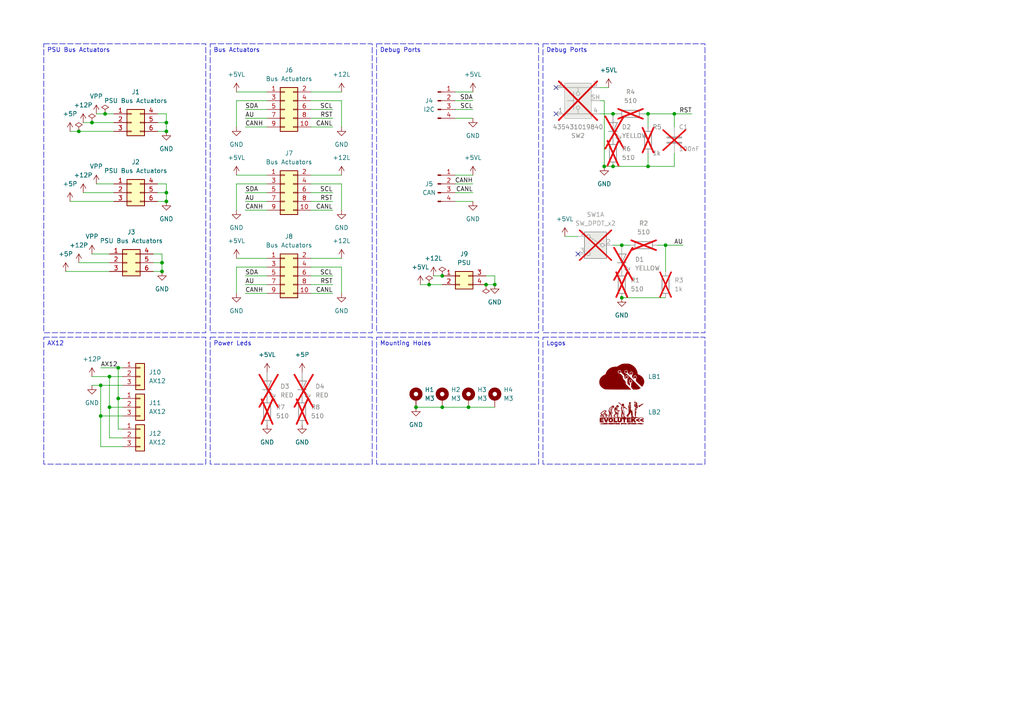
<source format=kicad_sch>
(kicad_sch (version 20230121) (generator eeschema)
  (paper "A4")
  (title_block (title "Hub Bus Actuators") (date "2025-05-12") (rev "V1.0"))
  (lib_symbols
    (symbol "ComponentsEvo:435431019840" (pin_names (offset 1.016) hide)
      (property "Reference" "SW" (at -6.35 -1.27 90))
      (property "Value" "435431019840" (at 7.62 0 90))
      (symbol "435431019840_0_1"
        (pin passive line (at -3.81 6.35 270) (length 2.54) (name "1") (number "1"))
        (pin passive line (at 3.81 6.35 270) (length 2.54) (name "2") (number "2"))
      )
      (symbol "435431019840_1_1"
        (pin passive line (at 3.81 -6.35 90) (length 2.54) (name "3") (number "3"))
        (pin passive line (at -3.81 -6.35 90) (length 2.54) (name "4") (number "4"))
        (pin passive line (at 0 -6.35 90) (length 2.54) (name "SH") (number "SH"))
      )
    )
    (symbol "Connector:Conn_01x04_Pin" (pin_names (offset 1.016) hide)
      (property "Reference" "J" (at 0 5.08 0))
      (property "Value" "Conn_01x04_Pin" (at 0 -7.62 0))
      (symbol "Conn_01x04_Pin_1_1"
        (pin passive line (at 5.08 2.54 180) (length 3.81) (name "Pin_1") (number "1"))
        (pin passive line (at 5.08 0 180) (length 3.81) (name "Pin_2") (number "2"))
        (pin passive line (at 5.08 -2.54 180) (length 3.81) (name "Pin_3") (number "3"))
        (pin passive line (at 5.08 -5.08 180) (length 3.81) (name "Pin_4") (number "4"))
      )
    )
    (symbol "Connector_Generic:Conn_01x03" (pin_names (offset 1.016) hide)
      (property "Reference" "J" (at 0 5.08 0))
      (property "Value" "Conn_01x03" (at 0 -5.08 0))
      (symbol "Conn_01x03_1_1"
        (pin passive line (at -5.08 2.54 0) (length 3.81) (name "Pin_1") (number "1"))
        (pin passive line (at -5.08 0 0) (length 3.81) (name "Pin_2") (number "2"))
        (pin passive line (at -5.08 -2.54 0) (length 3.81) (name "Pin_3") (number "3"))
      )
    )
    (symbol "Connector_Generic:Conn_02x02_Top_Bottom" (pin_names (offset 1.016) hide)
      (property "Reference" "J" (at 1.27 2.54 0))
      (property "Value" "Conn_02x02_Top_Bottom" (at 1.27 -5.08 0))
      (symbol "Conn_02x02_Top_Bottom_1_1"
        (pin passive line (at -5.08 0 0) (length 3.81) (name "Pin_1") (number "1"))
        (pin passive line (at -5.08 -2.54 0) (length 3.81) (name "Pin_2") (number "2"))
        (pin passive line (at 7.62 0 180) (length 3.81) (name "Pin_3") (number "3"))
        (pin passive line (at 7.62 -2.54 180) (length 3.81) (name "Pin_4") (number "4"))
      )
    )
    (symbol "Connector_Generic:Conn_02x03_Top_Bottom" (pin_names (offset 1.016) hide)
      (property "Reference" "J" (at 1.27 5.08 0))
      (property "Value" "Conn_02x03_Top_Bottom" (at 1.27 -5.08 0))
      (symbol "Conn_02x03_Top_Bottom_1_1"
        (pin passive line (at -5.08 2.54 0) (length 3.81) (name "Pin_1") (number "1"))
        (pin passive line (at -5.08 0 0) (length 3.81) (name "Pin_2") (number "2"))
        (pin passive line (at -5.08 -2.54 0) (length 3.81) (name "Pin_3") (number "3"))
        (pin passive line (at 7.62 2.54 180) (length 3.81) (name "Pin_4") (number "4"))
        (pin passive line (at 7.62 0 180) (length 3.81) (name "Pin_5") (number "5"))
        (pin passive line (at 7.62 -2.54 180) (length 3.81) (name "Pin_6") (number "6"))
      )
    )
    (symbol "Connector_Generic:Conn_02x05_Odd_Even" (pin_names (offset 1.016) hide)
      (property "Reference" "J" (at 1.27 7.62 0))
      (property "Value" "Conn_02x05_Odd_Even" (at 1.27 -7.62 0))
      (symbol "Conn_02x05_Odd_Even_1_1"
        (pin passive line (at -5.08 5.08 0) (length 3.81) (name "Pin_1") (number "1"))
        (pin passive line (at 7.62 -5.08 180) (length 3.81) (name "Pin_10") (number "10"))
        (pin passive line (at 7.62 5.08 180) (length 3.81) (name "Pin_2") (number "2"))
        (pin passive line (at -5.08 2.54 0) (length 3.81) (name "Pin_3") (number "3"))
        (pin passive line (at 7.62 2.54 180) (length 3.81) (name "Pin_4") (number "4"))
        (pin passive line (at -5.08 0 0) (length 3.81) (name "Pin_5") (number "5"))
        (pin passive line (at 7.62 0 180) (length 3.81) (name "Pin_6") (number "6"))
        (pin passive line (at -5.08 -2.54 0) (length 3.81) (name "Pin_7") (number "7"))
        (pin passive line (at 7.62 -2.54 180) (length 3.81) (name "Pin_8") (number "8"))
        (pin passive line (at -5.08 -5.08 0) (length 3.81) (name "Pin_9") (number "9"))
      )
    )
    (symbol "Device:C" (pin_numbers hide) (pin_names (offset 0.254))
      (property "Reference" "C" (at 0.635 2.54 0))
      (property "Value" "C" (at 0.635 -2.54 0))
      (symbol "C_1_1"
        (pin passive line (at 0 3.81 270) (length 2.794) (name "~") (number "1"))
        (pin passive line (at 0 -3.81 90) (length 2.794) (name "~") (number "2"))
      )
    )
    (symbol "Device:LED" (pin_numbers hide) (pin_names (offset 1.016) hide)
      (property "Reference" "D" (at 0 2.54 0))
      (property "Value" "LED" (at 0 -2.54 0))
      (symbol "LED_1_1"
        (pin passive line (at -3.81 0 0) (length 2.54) (name "K") (number "1"))
        (pin passive line (at 3.81 0 180) (length 2.54) (name "A") (number "2"))
      )
    )
    (symbol "Device:R" (pin_numbers hide) (pin_names (offset 0))
      (property "Reference" "R" (at 2.032 0 90))
      (property "Value" "R" (at 0 0 90))
      (symbol "R_1_1"
        (pin passive line (at 0 3.81 270) (length 1.27) (name "~") (number "1"))
        (pin passive line (at 0 -3.81 90) (length 1.27) (name "~") (number "2"))
      )
    )
    (symbol "MarkingEvo:Logo Aisler" (pin_numbers hide) (pin_names (offset 0) hide) (in_bom no)
      (property "Reference" "LB" (at 0 5.08 0))
    )
    (symbol "MarkingEvo:Logo Evolutek" (pin_numbers hide) (pin_names (offset 0) hide) (in_bom no)
      (property "Reference" "LB" (at 0 3.8378 0))
    )
    (symbol "Mechanical:MountingHole_Pad" (pin_numbers hide) (pin_names (offset 1.016) hide)
      (property "Reference" "H" (at 0 6.35 0))
      (property "Value" "MountingHole_Pad" (at 0 4.445 0))
      (symbol "MountingHole_Pad_1_1"
        (pin input line (at 0 -2.54 90) (length 2.54) (name "1") (number "1"))
      )
    )
    (symbol "Switch:SW_DPDT_x2" (pin_names (offset 0) hide)
      (property "Reference" "SW" (at 0 5.08 0))
      (property "Value" "SW_DPDT_x2" (at 0 -5.08 0))
      (symbol "SW_DPDT_x2_1_1"
        (pin passive line (at 5.08 2.54 180) (length 2.54) (name "A") (number "1"))
        (pin passive line (at -5.08 0 0) (length 2.54) (name "B") (number "2"))
        (pin passive line (at 5.08 -2.54 180) (length 2.54) (name "C") (number "3"))
      )
      (symbol "SW_DPDT_x2_2_1"
        (pin passive line (at 5.08 2.54 180) (length 2.54) (name "A") (number "4"))
        (pin passive line (at -5.08 0 0) (length 2.54) (name "B") (number "5"))
        (pin passive line (at 5.08 -2.54 180) (length 2.54) (name "C") (number "6"))
      )
    )
    (symbol "power:+12L" (power) (pin_names (offset 0))
      (property "Value" "+12L" (at 0 3.556 0))
      (symbol "+12L_1_1"
        (pin power_in line (at 0 0 90) (length 0) hide (name "+12L") (number "1"))
      )
    )
    (symbol "power:+12P" (power) (pin_names (offset 0))
      (property "Value" "+12P" (at 0 3.556 0))
      (symbol "+12P_1_1"
        (pin power_in line (at 0 0 90) (length 0) hide (name "+12P") (number "1"))
      )
    )
    (symbol "power:+5P" (power) (pin_names (offset 0))
      (property "Value" "+5P" (at 0 3.556 0))
      (symbol "+5P_1_1"
        (pin power_in line (at 0 0 90) (length 0) hide (name "+5P") (number "1"))
      )
    )
    (symbol "power:+5VL" (power) (pin_names (offset 0))
      (property "Value" "+5VL" (at 0 3.556 0))
      (symbol "+5VL_1_1"
        (pin power_in line (at 0 0 90) (length 0) hide (name "+5VL") (number "1"))
      )
    )
    (symbol "power:GND" (power) (pin_names (offset 0))
      (property "Value" "GND" (at 0 -3.81 0))
      (symbol "GND_1_1"
        (pin power_in line (at 0 0 270) (length 0) hide (name "GND") (number "1"))
      )
    )
    (symbol "power:PWR_FLAG" (power) (pin_numbers hide) (pin_names (offset 0) hide)
      (property "Value" "PWR_FLAG" (at 0 3.81 0))
      (symbol "PWR_FLAG_0_0"
        (pin power_out line (at 0 0 90) (length 0) (name "pwr") (number "1"))
      )
    )
    (symbol "power:VPP" (power) (pin_names (offset 0))
      (property "Value" "VPP" (at 0 3.81 0))
      (symbol "VPP_1_1"
        (pin power_in line (at 0 0 90) (length 0) hide (name "VPP") (number "1"))
      )
    )
  )
  (junction (at 180.34 86.36))
  (junction (at 175.26 48.26))
  (junction (at 135.89 118.11))
  (junction (at 177.8 33.02))
  (junction (at 177.8 48.26))
  (junction (at 128.27 118.11))
  (junction (at 31.75 118.11))
  (junction (at 46.99 78.74))
  (junction (at 22.86 38.1))
  (junction (at 30.48 33.02))
  (junction (at 29.21 111.76))
  (junction (at 193.04 71.12))
  (junction (at 48.26 58.42))
  (junction (at 187.96 33.02))
  (junction (at 31.75 109.22))
  (junction (at 48.26 35.56))
  (junction (at 140.97 82.55))
  (junction (at 34.29 115.57))
  (junction (at 128.27 80.01))
  (junction (at 124.46 82.55))
  (junction (at 48.26 38.1))
  (junction (at 143.51 82.55))
  (junction (at 120.65 118.11))
  (junction (at 48.26 55.88))
  (junction (at 46.99 76.2))
  (junction (at 187.96 48.26))
  (junction (at 26.67 35.56))
  (junction (at 195.58 33.02))
  (junction (at 34.29 106.68))
  (junction (at 29.21 120.65))
  (junction (at 180.34 71.12))
  (no_connect (at 161.29 25.4))
  (no_connect (at 167.64 73.66))
  (no_connect (at 161.29 33.02))
  (wire (pts (xy 68.58 77.47) (xy 77.47 77.47)))
  (wire (pts (xy 68.58 29.21) (xy 77.47 29.21)))
  (wire (pts (xy 71.12 31.75) (xy 77.47 31.75)))
  (wire (pts (xy 26.67 73.66) (xy 31.75 73.66)))
  (wire (pts (xy 90.17 55.88) (xy 96.52 55.88)))
  (wire (pts (xy 90.17 36.83) (xy 96.52 36.83)))
  (wire (pts (xy 90.17 34.29) (xy 96.52 34.29)))
  (wire (pts (xy 132.08 50.8) (xy 137.16 50.8)))
  (wire (pts (xy 29.21 120.65) (xy 29.21 129.54)))
  (wire (pts (xy 90.17 58.42) (xy 96.52 58.42)))
  (wire (pts (xy 27.94 33.02) (xy 30.48 33.02)))
  (wire (pts (xy 26.67 111.76) (xy 29.21 111.76)))
  (wire (pts (xy 90.17 29.21) (xy 99.06 29.21)))
  (wire (pts (xy 48.26 53.34) (xy 48.26 55.88)))
  (wire (pts (xy 193.04 71.12) (xy 193.04 78.74)))
  (wire (pts (xy 90.17 82.55) (xy 96.52 82.55)))
  (wire (pts (xy 26.67 109.22) (xy 31.75 109.22)))
  (wire (pts (xy 177.8 48.26) (xy 187.96 48.26)))
  (wire (pts (xy 187.96 44.45) (xy 187.96 48.26)))
  (wire (pts (xy 140.97 80.01) (xy 143.51 80.01)))
  (wire (pts (xy 45.72 33.02) (xy 48.26 33.02)))
  (wire (pts (xy 24.13 55.88) (xy 33.02 55.88)))
  (wire (pts (xy 22.86 38.1) (xy 33.02 38.1)))
  (wire (pts (xy 90.17 77.47) (xy 99.06 77.47)))
  (wire (pts (xy 132.08 26.67) (xy 137.16 26.67)))
  (wire (pts (xy 132.08 55.88) (xy 137.16 55.88)))
  (wire (pts (xy 31.75 109.22) (xy 35.56 109.22)))
  (wire (pts (xy 90.17 26.67) (xy 99.06 26.67)))
  (wire (pts (xy 90.17 53.34) (xy 99.06 53.34)))
  (wire (pts (xy 68.58 50.8) (xy 77.47 50.8)))
  (wire (pts (xy 180.34 71.12) (xy 182.88 71.12)))
  (wire (pts (xy 68.58 29.21) (xy 68.58 36.83)))
  (wire (pts (xy 48.26 35.56) (xy 48.26 38.1)))
  (wire (pts (xy 121.92 82.55) (xy 124.46 82.55)))
  (wire (pts (xy 34.29 124.46) (xy 35.56 124.46)))
  (wire (pts (xy 48.26 33.02) (xy 48.26 35.56)))
  (wire (pts (xy 45.72 55.88) (xy 48.26 55.88)))
  (wire (pts (xy 44.45 73.66) (xy 46.99 73.66)))
  (wire (pts (xy 29.21 129.54) (xy 35.56 129.54)))
  (wire (pts (xy 173.99 29.21) (xy 175.26 29.21)))
  (wire (pts (xy 30.48 33.02) (xy 33.02 33.02)))
  (wire (pts (xy 99.06 53.34) (xy 99.06 60.96)))
  (wire (pts (xy 29.21 111.76) (xy 29.21 120.65)))
  (wire (pts (xy 195.58 33.02) (xy 200.66 33.02)))
  (wire (pts (xy 71.12 80.01) (xy 77.47 80.01)))
  (wire (pts (xy 187.96 48.26) (xy 195.58 48.26)))
  (wire (pts (xy 128.27 118.11) (xy 135.89 118.11)))
  (wire (pts (xy 195.58 48.26) (xy 195.58 44.45)))
  (wire (pts (xy 140.97 82.55) (xy 143.51 82.55)))
  (wire (pts (xy 177.8 71.12) (xy 180.34 71.12)))
  (wire (pts (xy 175.26 29.21) (xy 175.26 48.26)))
  (wire (pts (xy 31.75 109.22) (xy 31.75 118.11)))
  (wire (pts (xy 29.21 106.68) (xy 34.29 106.68)))
  (wire (pts (xy 187.96 33.02) (xy 195.58 33.02)))
  (wire (pts (xy 71.12 82.55) (xy 77.47 82.55)))
  (wire (pts (xy 90.17 60.96) (xy 96.52 60.96)))
  (wire (pts (xy 173.99 33.02) (xy 177.8 33.02)))
  (wire (pts (xy 34.29 106.68) (xy 34.29 115.57)))
  (wire (pts (xy 44.45 78.74) (xy 46.99 78.74)))
  (wire (pts (xy 173.99 25.4) (xy 176.53 25.4)))
  (wire (pts (xy 132.08 34.29) (xy 137.16 34.29)))
  (wire (pts (xy 90.17 50.8) (xy 99.06 50.8)))
  (wire (pts (xy 71.12 85.09) (xy 77.47 85.09)))
  (wire (pts (xy 193.04 71.12) (xy 198.12 71.12)))
  (wire (pts (xy 45.72 58.42) (xy 48.26 58.42)))
  (wire (pts (xy 68.58 74.93) (xy 77.47 74.93)))
  (wire (pts (xy 31.75 118.11) (xy 31.75 127)))
  (wire (pts (xy 177.8 33.02) (xy 179.07 33.02)))
  (wire (pts (xy 68.58 53.34) (xy 77.47 53.34)))
  (wire (pts (xy 163.83 68.58) (xy 167.64 68.58)))
  (wire (pts (xy 132.08 53.34) (xy 137.16 53.34)))
  (wire (pts (xy 71.12 58.42) (xy 77.47 58.42)))
  (wire (pts (xy 132.08 58.42) (xy 137.16 58.42)))
  (wire (pts (xy 27.94 53.34) (xy 33.02 53.34)))
  (wire (pts (xy 68.58 53.34) (xy 68.58 60.96)))
  (wire (pts (xy 143.51 80.01) (xy 143.51 82.55)))
  (wire (pts (xy 180.34 86.36) (xy 193.04 86.36)))
  (wire (pts (xy 46.99 76.2) (xy 46.99 78.74)))
  (wire (pts (xy 132.08 29.21) (xy 137.16 29.21)))
  (wire (pts (xy 45.72 53.34) (xy 48.26 53.34)))
  (wire (pts (xy 48.26 55.88) (xy 48.26 58.42)))
  (wire (pts (xy 22.86 76.2) (xy 31.75 76.2)))
  (wire (pts (xy 31.75 118.11) (xy 35.56 118.11)))
  (wire (pts (xy 175.26 48.26) (xy 177.8 48.26)))
  (wire (pts (xy 44.45 76.2) (xy 46.99 76.2)))
  (wire (pts (xy 195.58 33.02) (xy 195.58 36.83)))
  (wire (pts (xy 34.29 106.68) (xy 35.56 106.68)))
  (wire (pts (xy 186.69 33.02) (xy 187.96 33.02)))
  (wire (pts (xy 90.17 80.01) (xy 96.52 80.01)))
  (wire (pts (xy 71.12 55.88) (xy 77.47 55.88)))
  (wire (pts (xy 29.21 111.76) (xy 35.56 111.76)))
  (wire (pts (xy 125.73 80.01) (xy 128.27 80.01)))
  (wire (pts (xy 90.17 31.75) (xy 96.52 31.75)))
  (wire (pts (xy 135.89 118.11) (xy 143.51 118.11)))
  (wire (pts (xy 20.32 38.1) (xy 22.86 38.1)))
  (wire (pts (xy 19.05 78.74) (xy 31.75 78.74)))
  (wire (pts (xy 20.32 58.42) (xy 33.02 58.42)))
  (wire (pts (xy 46.99 73.66) (xy 46.99 76.2)))
  (wire (pts (xy 31.75 127) (xy 35.56 127)))
  (wire (pts (xy 24.13 35.56) (xy 26.67 35.56)))
  (wire (pts (xy 99.06 29.21) (xy 99.06 36.83)))
  (wire (pts (xy 26.67 35.56) (xy 33.02 35.56)))
  (wire (pts (xy 124.46 82.55) (xy 128.27 82.55)))
  (wire (pts (xy 29.21 120.65) (xy 35.56 120.65)))
  (wire (pts (xy 71.12 60.96) (xy 77.47 60.96)))
  (wire (pts (xy 71.12 36.83) (xy 77.47 36.83)))
  (wire (pts (xy 68.58 26.67) (xy 77.47 26.67)))
  (wire (pts (xy 187.96 33.02) (xy 187.96 36.83)))
  (wire (pts (xy 120.65 118.11) (xy 128.27 118.11)))
  (wire (pts (xy 190.5 71.12) (xy 193.04 71.12)))
  (wire (pts (xy 99.06 77.47) (xy 99.06 85.09)))
  (wire (pts (xy 90.17 85.09) (xy 96.52 85.09)))
  (wire (pts (xy 34.29 115.57) (xy 34.29 124.46)))
  (wire (pts (xy 90.17 74.93) (xy 99.06 74.93)))
  (wire (pts (xy 71.12 34.29) (xy 77.47 34.29)))
  (wire (pts (xy 45.72 35.56) (xy 48.26 35.56)))
  (wire (pts (xy 34.29 115.57) (xy 35.56 115.57)))
  (wire (pts (xy 68.58 77.47) (xy 68.58 85.09)))
  (wire (pts (xy 45.72 38.1) (xy 48.26 38.1)))
  (wire (pts (xy 132.08 31.75) (xy 137.16 31.75)))
  (text_box "Debug Ports" (at 109.22 12.7 0) (size 46.99 83.82) (stroke (width 0) (type dash)) (effects (font (size 1.27 1.27)) (justify left top)))
  (text_box "PSU Bus Actuators" (at 12.7 12.7 0) (size 46.99 83.82) (stroke (width 0) (type dash)) (effects (font (size 1.27 1.27)) (justify left top)))
  (text_box "Bus Actuators" (at 60.96 12.7 0) (size 46.99 83.82) (stroke (width 0) (type dash)) (effects (font (size 1.27 1.27)) (justify left top)))
  (text_box "AX12" (at 12.7 97.79 0) (size 46.99 36.83) (stroke (width 0) (type dash)) (effects (font (size 1.27 1.27)) (justify left top)))
  (text_box "Power Leds" (at 60.96 97.79 0) (size 46.99 36.83) (stroke (width 0) (type dash)) (effects (font (size 1.27 1.27)) (justify left top)))
  (text_box "Logos" (at 157.48 97.79 0) (size 46.99 36.83) (stroke (width 0) (type dash)) (effects (font (size 1.27 1.27)) (justify left top)))
  (text_box "Debug Ports" (at 157.48 12.7 0) (size 46.99 83.82) (stroke (width 0) (type dash)) (effects (font (size 1.27 1.27)) (justify left top)))
  (text_box "Mounting Holes" (at 109.22 97.79 0) (size 46.99 36.83) (stroke (width 0) (type dash)) (effects (font (size 1.27 1.27)) (justify left top)))
  (label "CANL" (at 96.52 60.96 180))
  (label "CANH" (at 71.12 60.96 0))
  (label "SDA" (at 71.12 31.75 0))
  (label "CANL" (at 96.52 85.09 180))
  (label "CANH" (at 137.16 53.34 180))
  (label "CANH" (at 71.12 85.09 0))
  (label "CANH" (at 71.12 36.83 0))
  (label "AU" (at 71.12 34.29 0))
  (label "SCL" (at 137.16 31.75 180))
  (label "AU" (at 71.12 82.55 0))
  (label "AX12" (at 29.21 106.68 0))
  (label "RST" (at 96.52 34.29 180))
  (label "RST" (at 96.52 58.42 180))
  (label "SCL" (at 96.52 80.01 180))
  (label "CANL" (at 137.16 55.88 180))
  (label "RST" (at 200.66 33.02 180))
  (label "SDA" (at 71.12 55.88 0))
  (label "SCL" (at 96.52 55.88 180))
  (label "AU" (at 71.12 58.42 0))
  (label "AU" (at 198.12 71.12 180))
  (label "SDA" (at 137.16 29.21 180))
  (label "SDA" (at 71.12 80.01 0))
  (label "CANL" (at 96.52 36.83 180))
  (label "RST" (at 96.52 82.55 180))
  (label "SCL" (at 96.52 31.75 180))
  (symbol (lib_id "Device:LED") (at 87.63 111.76 90) (unit 1) (in_bom no) (dnp yes)
    (property "Reference" "D4" (at 91.44 112.0775 90) (effects (justify right)))
    (property "Value" "RED" (at 91.44 114.6175 90) (effects (justify right)))
    (property "Footprint" "LED_SMD:LED_0805_2012Metric" (effects hide))
  )
  (symbol (lib_id "Device:R") (at 187.96 40.64 0) (unit 1) (in_bom no) (dnp yes)
    (property "Reference" "R5" (at 189.23 36.83 0) (effects (justify left)))
    (property "Value" "1k" (at 189.23 44.45 0) (effects (justify left)))
    (property "Footprint" "Resistor_SMD:R_0603_1608Metric" (effects hide))
  )
  (symbol (lib_id "power:GND") (at 137.16 58.42 0) (unit 1)
    (property "Reference" "#PWR016" (effects hide))
    (property "Value" "GND" (at 137.16 63.5 0))
  )
  (symbol (lib_id "power:GND") (at 68.58 60.96 0) (unit 1)
    (property "Reference" "#PWR022" (effects hide))
    (property "Value" "GND" (at 68.58 66.04 0))
  )
  (symbol (lib_id "power:+12P") (at 24.13 35.56 0) (unit 1)
    (property "Reference" "#PWR02" (effects hide))
    (property "Value" "+12P" (at 24.13 30.48 0))
  )
  (symbol (lib_id "power:+12L") (at 99.06 26.67 0) (unit 1)
    (property "Reference" "#PWR020" (effects hide))
    (property "Value" "+12L" (at 99.06 21.59 0))
  )
  (symbol (lib_id "power:PWR_FLAG") (at 22.86 38.1 0) (unit 1)
    (property "Reference" "#FLG06" (effects hide))
    (property "Value" "PWR_FLAG" (effects hide))
  )
  (symbol (lib_id "Connector_Generic:Conn_02x03_Top_Bottom") (at 38.1 35.56 0) (unit 1)
    (property "Reference" "J1" (at 39.37 26.67 0))
    (property "Value" "PSU Bus Actuators" (at 39.37 29.21 0))
    (property "Footprint" "ConnectorsEvo:649006227222" (effects hide))
  )
  (symbol (lib_id "power:VPP") (at 27.94 33.02 0) (unit 1)
    (property "Reference" "#PWR01" (effects hide))
    (property "Value" "VPP" (at 27.94 27.94 0))
  )
  (symbol (lib_id "power:+12P") (at 24.13 55.88 0) (unit 1)
    (property "Reference" "#PWR06" (effects hide))
    (property "Value" "+12P" (at 24.13 50.8 0))
  )
  (symbol (lib_id "Device:LED") (at 180.34 74.93 90) (unit 1) (in_bom no) (dnp yes)
    (property "Reference" "D1" (at 184.15 75.2475 90) (effects (justify right)))
    (property "Value" "YELLOW" (at 184.15 77.7875 90) (effects (justify right)))
    (property "Footprint" "LED_SMD:LED_0805_2012Metric" (effects hide))
  )
  (symbol (lib_id "power:GND") (at 48.26 58.42 0) (unit 1)
    (property "Reference" "#PWR08" (effects hide))
    (property "Value" "GND" (at 48.26 63.5 0))
  )
  (symbol (lib_id "ComponentsEvo:435431019840") (at 167.64 29.21 90) (unit 1) (in_bom no) (dnp yes)
    (property "Reference" "SW2" (at 167.64 39.37 90))
    (property "Value" "435431019840" (at 167.64 36.83 90))
    (property "Footprint" "ComponentsEvo:435431019840" (effects hide))
    (property "Datasheet" "https://www.we-online.com/components/products/datasheet/435431019840.pdf" (effects hide))
  )
  (symbol (lib_id "Connector:Conn_01x04_Pin") (at 127 53.34 0) (unit 1)
    (property "Reference" "J5" (at 124.46 53.34 0))
    (property "Value" "CAN" (at 124.46 55.88 0))
    (property "Footprint" "ConnectorsEvo:B04B-PASK" (effects hide))
  )
  (symbol (lib_id "power:GND") (at 77.47 123.19 0) (unit 1)
    (property "Reference" "#PWR039" (effects hide))
    (property "Value" "GND" (at 77.47 128.27 0))
  )
  (symbol (lib_id "power:+5P") (at 20.32 38.1 0) (unit 1)
    (property "Reference" "#PWR03" (effects hide))
    (property "Value" "+5P" (at 20.32 33.02 0))
  )
  (symbol (lib_id "power:+5P") (at 19.05 78.74 0) (unit 1)
    (property "Reference" "#PWR09" (effects hide))
    (property "Value" "+5P" (at 19.05 73.66 0))
  )
  (symbol (lib_id "Mechanical:MountingHole_Pad") (at 128.27 115.57 0) (unit 1) (in_bom no)
    (property "Reference" "H2" (at 130.81 113.03 0) (effects (justify left)))
    (property "Value" "M3" (at 130.81 115.57 0) (effects (justify left)))
    (property "Footprint" "MountingHole:MountingHole_3.2mm_M3_Pad_Via" (effects hide))
  )
  (symbol (lib_id "Connector_Generic:Conn_02x05_Odd_Even") (at 82.55 31.75 0) (unit 1)
    (property "Reference" "J6" (at 83.82 20.32 0))
    (property "Value" "Bus Actuators" (at 83.82 22.86 0))
    (property "Footprint" "ConnectorsEvo:690367281076" (effects hide))
  )
  (symbol (lib_id "power:GND") (at 48.26 38.1 0) (unit 1)
    (property "Reference" "#PWR04" (effects hide))
    (property "Value" "GND" (at 48.26 43.18 0))
  )
  (symbol (lib_id "power:PWR_FLAG") (at 128.27 80.01 0) (unit 1)
    (property "Reference" "#FLG02" (effects hide))
    (property "Value" "PWR_FLAG" (effects hide))
  )
  (symbol (lib_id "Connector_Generic:Conn_02x03_Top_Bottom") (at 36.83 76.2 0) (unit 1)
    (property "Reference" "J3" (at 38.1 67.31 0))
    (property "Value" "PSU Bus Actuators" (at 38.1 69.85 0))
    (property "Footprint" "ConnectorsEvo:649006227222" (effects hide))
  )
  (symbol (lib_id "power:GND") (at 46.99 78.74 0) (unit 1)
    (property "Reference" "#PWR012" (effects hide))
    (property "Value" "GND" (at 46.99 83.82 0))
  )
  (symbol (lib_id "power:GND") (at 99.06 85.09 0) (unit 1)
    (property "Reference" "#PWR028" (effects hide))
    (property "Value" "GND" (at 99.06 90.17 0))
  )
  (symbol (lib_id "power:GND") (at 175.26 48.26 0) (unit 1)
    (property "Reference" "#PWR032" (effects hide))
    (property "Value" "GND" (at 175.26 53.34 0))
  )
  (symbol (lib_id "power:GND") (at 180.34 86.36 0) (unit 1)
    (property "Reference" "#PWR030" (effects hide))
    (property "Value" "GND" (at 180.34 91.44 0))
  )
  (symbol (lib_id "Device:R") (at 182.88 33.02 90) (unit 1) (in_bom no) (dnp yes)
    (property "Reference" "R4" (at 182.88 26.67 90))
    (property "Value" "510" (at 182.88 29.21 90))
    (property "Footprint" "Resistor_SMD:R_0603_1608Metric" (effects hide))
  )
  (symbol (lib_id "Connector_Generic:Conn_01x03") (at 40.64 127 0) (unit 1)
    (property "Reference" "J12" (at 43.18 125.73 0) (effects (justify left)))
    (property "Value" "AX12" (at 43.18 128.27 0) (effects (justify left)))
    (property "Footprint" "ConnectorsEvo:22-03-5035" (effects hide))
  )
  (symbol (lib_id "power:+12L") (at 125.73 80.01 0) (unit 1)
    (property "Reference" "#PWR035" (effects hide))
    (property "Value" "+12L" (at 125.73 74.93 0))
  )
  (symbol (lib_id "power:+5VL") (at 68.58 50.8 0) (unit 1)
    (property "Reference" "#PWR021" (effects hide))
    (property "Value" "+5VL" (at 68.58 45.72 0))
  )
  (symbol (lib_id "Device:R") (at 186.69 71.12 90) (unit 1) (in_bom no) (dnp yes)
    (property "Reference" "R2" (at 186.69 64.77 90))
    (property "Value" "510" (at 186.69 67.31 90))
    (property "Footprint" "Resistor_SMD:R_0603_1608Metric" (effects hide))
  )
  (symbol (lib_id "power:GND") (at 26.67 111.76 0) (unit 1)
    (property "Reference" "#PWR038" (effects hide))
    (property "Value" "GND" (at 26.67 116.84 0))
  )
  (symbol (lib_id "power:PWR_FLAG") (at 124.46 82.55 0) (unit 1)
    (property "Reference" "#FLG03" (effects hide))
    (property "Value" "PWR_FLAG" (effects hide))
  )
  (symbol (lib_id "Device:R") (at 77.47 119.38 0) (unit 1) (in_bom no) (dnp yes)
    (property "Reference" "R7" (at 80.01 118.11 0) (effects (justify left)))
    (property "Value" "510" (at 80.01 120.65 0) (effects (justify left)))
    (property "Footprint" "Resistor_SMD:R_0603_1608Metric" (effects hide))
  )
  (symbol (lib_id "power:GND") (at 143.51 82.55 0) (unit 1)
    (property "Reference" "#PWR036" (effects hide))
    (property "Value" "GND" (at 143.51 87.63 0))
  )
  (symbol (lib_id "power:+12P") (at 22.86 76.2 0) (unit 1)
    (property "Reference" "#PWR010" (effects hide))
    (property "Value" "+12P" (at 22.86 71.12 0))
  )
  (symbol (lib_id "Device:LED") (at 177.8 36.83 90) (unit 1) (in_bom no) (dnp yes)
    (property "Reference" "D2" (at 180.34 36.83 90) (effects (justify right)))
    (property "Value" "YELLOW" (at 180.34 39.37 90) (effects (justify right)))
    (property "Footprint" "LED_SMD:LED_0805_2012Metric" (effects hide))
  )
  (symbol (lib_id "Mechanical:MountingHole_Pad") (at 135.89 115.57 0) (unit 1) (in_bom no)
    (property "Reference" "H3" (at 138.43 113.03 0) (effects (justify left)))
    (property "Value" "M3" (at 138.43 115.57 0) (effects (justify left)))
    (property "Footprint" "MountingHole:MountingHole_3.2mm_M3_Pad_Via" (effects hide))
  )
  (symbol (lib_id "Mechanical:MountingHole_Pad") (at 120.65 115.57 0) (unit 1) (in_bom no)
    (property "Reference" "H1" (at 123.19 113.03 0) (effects (justify left)))
    (property "Value" "M3" (at 123.19 115.57 0) (effects (justify left)))
    (property "Footprint" "MountingHole:MountingHole_3.2mm_M3_Pad_Via" (effects hide))
  )
  (symbol (lib_id "power:+5VL") (at 163.83 68.58 0) (unit 1)
    (property "Reference" "#PWR029" (effects hide))
    (property "Value" "+5VL" (at 163.83 63.5 0))
  )
  (symbol (lib_id "power:+5VL") (at 176.53 25.4 0) (unit 1)
    (property "Reference" "#PWR031" (effects hide))
    (property "Value" "+5VL" (at 176.53 20.32 0))
  )
  (symbol (lib_id "power:+5VL") (at 68.58 26.67 0) (unit 1)
    (property "Reference" "#PWR017" (effects hide))
    (property "Value" "+5VL" (at 68.58 21.59 0))
  )
  (symbol (lib_id "power:GND") (at 99.06 36.83 0) (unit 1)
    (property "Reference" "#PWR019" (effects hide))
    (property "Value" "GND" (at 99.06 41.91 0))
  )
  (symbol (lib_id "power:PWR_FLAG") (at 26.67 35.56 0) (unit 1)
    (property "Reference" "#FLG05" (effects hide))
    (property "Value" "PWR_FLAG" (effects hide))
  )
  (symbol (lib_id "Device:R") (at 177.8 44.45 0) (unit 1) (in_bom no) (dnp yes)
    (property "Reference" "R6" (at 180.34 43.18 0) (effects (justify left)))
    (property "Value" "510" (at 180.34 45.72 0) (effects (justify left)))
    (property "Footprint" "Resistor_SMD:R_0603_1608Metric" (effects hide))
  )
  (symbol (lib_id "power:VPP") (at 26.67 73.66 0) (unit 1)
    (property "Reference" "#PWR011" (effects hide))
    (property "Value" "VPP" (at 26.67 68.58 0))
  )
  (symbol (lib_id "power:PWR_FLAG") (at 30.48 33.02 0) (unit 1)
    (property "Reference" "#FLG04" (effects hide))
    (property "Value" "PWR_FLAG" (effects hide))
  )
  (symbol (lib_id "MarkingEvo:Logo Aisler") (at 180.34 109.22 0) (unit 1) (in_bom no)
    (property "Reference" "LB1" (at 187.96 109.2369 0) (effects (justify left)))
    (property "Value" "LOGO" (effects hide))
    (property "Footprint" "MarkingEvo:Logo Aisler Min" (effects hide))
    (property "Sim.Enable" "0" (effects hide))
  )
  (symbol (lib_id "Connector_Generic:Conn_01x03") (at 40.64 118.11 0) (unit 1)
    (property "Reference" "J11" (at 43.18 116.84 0) (effects (justify left)))
    (property "Value" "AX12" (at 43.18 119.38 0) (effects (justify left)))
    (property "Footprint" "ConnectorsEvo:22-03-5035" (effects hide))
  )
  (symbol (lib_id "Connector:Conn_01x04_Pin") (at 127 29.21 0) (unit 1)
    (property "Reference" "J4" (at 124.46 29.21 0))
    (property "Value" "I2C" (at 124.46 31.75 0))
    (property "Footprint" "ConnectorsEvo:B04B-PASK" (effects hide))
  )
  (symbol (lib_id "Device:LED") (at 77.47 111.76 90) (unit 1) (in_bom no) (dnp yes)
    (property "Reference" "D3" (at 81.28 112.0775 90) (effects (justify right)))
    (property "Value" "RED" (at 81.28 114.6175 90) (effects (justify right)))
    (property "Footprint" "LED_SMD:LED_0805_2012Metric" (effects hide))
  )
  (symbol (lib_id "power:+5VL") (at 137.16 50.8 0) (unit 1)
    (property "Reference" "#PWR015" (effects hide))
    (property "Value" "+5VL" (at 137.16 45.72 0))
  )
  (symbol (lib_id "MarkingEvo:Logo Evolutek") (at 180.34 119.38 0) (unit 1) (in_bom no)
    (property "Reference" "LB2" (at 187.96 119.538 0) (effects (justify left)))
    (property "Value" "LOGO" (effects hide))
    (property "Footprint" "MarkingEvo:logo-evo-min" (effects hide))
    (property "Sim.Enable" "0" (effects hide))
  )
  (symbol (lib_id "Connector_Generic:Conn_01x03") (at 40.64 109.22 0) (unit 1)
    (property "Reference" "J10" (at 43.18 107.95 0) (effects (justify left)))
    (property "Value" "AX12" (at 43.18 110.49 0) (effects (justify left)))
    (property "Footprint" "ConnectorsEvo:22-03-5035" (effects hide))
  )
  (symbol (lib_id "power:GND") (at 99.06 60.96 0) (unit 1)
    (property "Reference" "#PWR024" (effects hide))
    (property "Value" "GND" (at 99.06 66.04 0))
  )
  (symbol (lib_id "power:GND") (at 68.58 36.83 0) (unit 1)
    (property "Reference" "#PWR018" (effects hide))
    (property "Value" "GND" (at 68.58 41.91 0))
  )
  (symbol (lib_id "power:GND") (at 137.16 34.29 0) (unit 1)
    (property "Reference" "#PWR014" (effects hide))
    (property "Value" "GND" (at 137.16 39.37 0))
  )
  (symbol (lib_id "power:+12L") (at 99.06 74.93 0) (unit 1)
    (property "Reference" "#PWR027" (effects hide))
    (property "Value" "+12L" (at 99.06 69.85 0))
  )
  (symbol (lib_id "Connector_Generic:Conn_02x05_Odd_Even") (at 82.55 55.88 0) (unit 1)
    (property "Reference" "J7" (at 83.82 44.45 0))
    (property "Value" "Bus Actuators" (at 83.82 46.99 0))
    (property "Footprint" "ConnectorsEvo:690367281076" (effects hide))
  )
  (symbol (lib_id "Mechanical:MountingHole_Pad") (at 143.51 115.57 0) (unit 1) (in_bom no)
    (property "Reference" "H4" (at 146.05 113.03 0) (effects (justify left)))
    (property "Value" "M3" (at 146.05 115.57 0) (effects (justify left)))
    (property "Footprint" "MountingHole:MountingHole_3.2mm_M3_Pad_Via" (effects hide))
  )
  (symbol (lib_id "Device:R") (at 87.63 119.38 0) (unit 1) (in_bom no) (dnp yes)
    (property "Reference" "R8" (at 90.17 118.11 0) (effects (justify left)))
    (property "Value" "510" (at 90.17 120.65 0) (effects (justify left)))
    (property "Footprint" "Resistor_SMD:R_0603_1608Metric" (effects hide))
  )
  (symbol (lib_id "power:GND") (at 68.58 85.09 0) (unit 1)
    (property "Reference" "#PWR026" (effects hide))
    (property "Value" "GND" (at 68.58 90.17 0))
  )
  (symbol (lib_id "power:+12L") (at 99.06 50.8 0) (unit 1)
    (property "Reference" "#PWR023" (effects hide))
    (property "Value" "+12L" (at 99.06 45.72 0))
  )
  (symbol (lib_id "Connector_Generic:Conn_02x02_Top_Bottom") (at 133.35 80.01 0) (unit 1)
    (property "Reference" "J9" (at 134.62 73.66 0))
    (property "Value" "PSU" (at 134.62 76.2 0))
    (property "Footprint" "ConnectorsEvo:66200421022" (effects hide))
  )
  (symbol (lib_id "power:+5VL") (at 77.47 107.95 0) (unit 1)
    (property "Reference" "#PWR041" (effects hide))
    (property "Value" "+5VL" (at 77.47 102.87 0))
  )
  (symbol (lib_id "power:GND") (at 120.65 118.11 0) (unit 1)
    (property "Reference" "#PWR033" (effects hide))
    (property "Value" "GND" (at 120.65 123.19 0))
  )
  (symbol (lib_id "Connector_Generic:Conn_02x05_Odd_Even") (at 82.55 80.01 0) (unit 1)
    (property "Reference" "J8" (at 83.82 68.58 0))
    (property "Value" "Bus Actuators" (at 83.82 71.12 0))
    (property "Footprint" "ConnectorsEvo:690367281076" (effects hide))
  )
  (symbol (lib_id "power:+12P") (at 26.67 109.22 0) (unit 1)
    (property "Reference" "#PWR037" (effects hide))
    (property "Value" "+12P" (at 26.67 104.14 0))
  )
  (symbol (lib_id "Device:R") (at 180.34 82.55 0) (unit 1) (in_bom no) (dnp yes)
    (property "Reference" "R1" (at 182.88 81.28 0) (effects (justify left)))
    (property "Value" "510" (at 182.88 83.82 0) (effects (justify left)))
    (property "Footprint" "Resistor_SMD:R_0603_1608Metric" (effects hide))
  )
  (symbol (lib_id "power:+5VL") (at 137.16 26.67 0) (unit 1)
    (property "Reference" "#PWR013" (effects hide))
    (property "Value" "+5VL" (at 137.16 21.59 0))
  )
  (symbol (lib_id "power:VPP") (at 27.94 53.34 0) (unit 1)
    (property "Reference" "#PWR07" (effects hide))
    (property "Value" "VPP" (at 27.94 48.26 0))
  )
  (symbol (lib_id "power:GND") (at 87.63 123.19 0) (unit 1)
    (property "Reference" "#PWR040" (effects hide))
    (property "Value" "GND" (at 87.63 128.27 0))
  )
  (symbol (lib_id "Device:R") (at 193.04 82.55 0) (unit 1) (in_bom no) (dnp yes)
    (property "Reference" "R3" (at 195.58 81.28 0) (effects (justify left)))
    (property "Value" "1k" (at 195.58 83.82 0) (effects (justify left)))
    (property "Footprint" "Resistor_SMD:R_0603_1608Metric" (effects hide))
  )
  (symbol (lib_id "power:+5P") (at 20.32 58.42 0) (unit 1)
    (property "Reference" "#PWR05" (effects hide))
    (property "Value" "+5P" (at 20.32 53.34 0))
  )
  (symbol (lib_id "Connector_Generic:Conn_02x03_Top_Bottom") (at 38.1 55.88 0) (unit 1)
    (property "Reference" "J2" (at 39.37 46.99 0))
    (property "Value" "PSU Bus Actuators" (at 39.37 49.53 0))
    (property "Footprint" "ConnectorsEvo:649006227222" (effects hide))
  )
  (symbol (lib_id "power:+5VL") (at 121.92 82.55 0) (unit 1)
    (property "Reference" "#PWR034" (effects hide))
    (property "Value" "+5VL" (at 121.92 77.47 0))
  )
  (symbol (lib_id "Switch:SW_DPDT_x2") (at 172.72 71.12 0) (mirror y) (unit 1) (in_bom no) (dnp yes)
    (property "Reference" "SW1" (at 172.72 62.23 0))
    (property "Value" "SW_DPDT_x2" (at 172.72 64.77 0))
    (property "Footprint" "ComponentsEvo:452404020202" (effects hide))
  )
  (symbol (lib_id "power:+5VL") (at 68.58 74.93 0) (unit 1)
    (property "Reference" "#PWR025" (effects hide))
    (property "Value" "+5VL" (at 68.58 69.85 0))
  )
  (symbol (lib_id "power:PWR_FLAG") (at 140.97 82.55 180) (unit 1)
    (property "Reference" "#FLG01" (effects hide))
    (property "Value" "PWR_FLAG" (effects hide))
  )
  (symbol (lib_id "power:+5P") (at 87.63 107.95 0) (unit 1)
    (property "Reference" "#PWR042" (effects hide))
    (property "Value" "+5P" (at 87.63 102.87 0))
  )
  (symbol (lib_id "Device:C") (at 195.58 40.64 0) (unit 1) (in_bom no) (dnp yes)
    (property "Reference" "C1" (at 196.85 36.83 0) (effects (justify left)))
    (property "Value" "100nF" (at 196.85 43.18 0) (effects (justify left)))
    (property "Footprint" "Capacitor_SMD:C_0603_1608Metric" (effects hide))
  )
)
</source>
